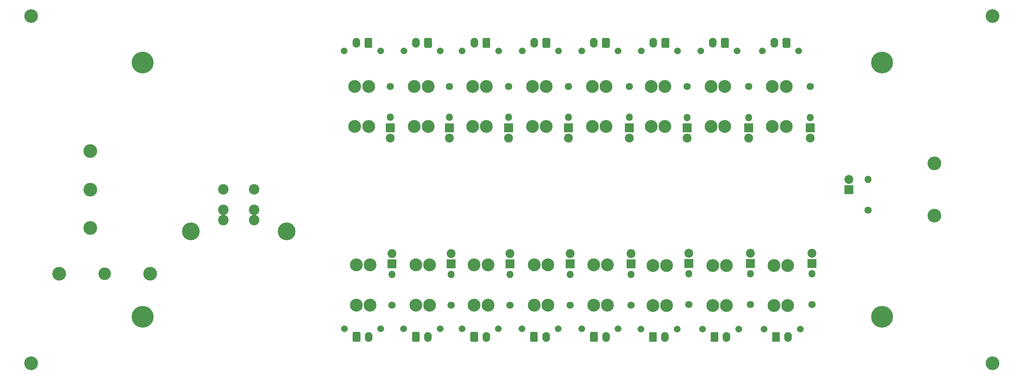
<source format=gbr>
G04 #@! TF.GenerationSoftware,KiCad,Pcbnew,(5.1.5)-3*
G04 #@! TF.CreationDate,2021-01-11T22:53:22-06:00*
G04 #@! TF.ProjectId,Power-Primary,506f7765-722d-4507-9269-6d6172792e6b,rev?*
G04 #@! TF.SameCoordinates,Original*
G04 #@! TF.FileFunction,Soldermask,Bot*
G04 #@! TF.FilePolarity,Negative*
%FSLAX46Y46*%
G04 Gerber Fmt 4.6, Leading zero omitted, Abs format (unit mm)*
G04 Created by KiCad (PCBNEW (5.1.5)-3) date 2021-01-11 22:53:22*
%MOMM*%
%LPD*%
G04 APERTURE LIST*
%ADD10C,4.400000*%
%ADD11C,2.600000*%
%ADD12C,3.400000*%
%ADD13C,5.400000*%
%ADD14O,1.900000X2.420000*%
%ADD15C,0.100000*%
%ADD16C,1.670000*%
%ADD17O,1.800000X1.800000*%
%ADD18C,1.800000*%
%ADD19C,3.180000*%
%ADD20C,2.200000*%
%ADD21R,2.200000X2.200000*%
%ADD22C,3.100000*%
G04 APERTURE END LIST*
D10*
X74255880Y-103983920D03*
X50515880Y-103983920D03*
D11*
X66195880Y-101183920D03*
X66195880Y-98643920D03*
X58575880Y-101183920D03*
X58575880Y-98643920D03*
X66195880Y-93563920D03*
X58575880Y-93563920D03*
D12*
X25600000Y-84100000D03*
X234600000Y-87100000D03*
X234600000Y-100100000D03*
X25600000Y-103100000D03*
X25600000Y-93600000D03*
D13*
X221600000Y-62100000D03*
X38600000Y-125100000D03*
X38600000Y-62100000D03*
X221600000Y-125100000D03*
D14*
X164995000Y-57265000D03*
D15*
G36*
X168659372Y-56056525D02*
G01*
X168690112Y-56061085D01*
X168720257Y-56068636D01*
X168749516Y-56079105D01*
X168777609Y-56092392D01*
X168804264Y-56108368D01*
X168829224Y-56126880D01*
X168852250Y-56147750D01*
X168873120Y-56170776D01*
X168891632Y-56195736D01*
X168907608Y-56222391D01*
X168920895Y-56250484D01*
X168931364Y-56279743D01*
X168938915Y-56309888D01*
X168943475Y-56340628D01*
X168945000Y-56371667D01*
X168945000Y-58158333D01*
X168943475Y-58189372D01*
X168938915Y-58220112D01*
X168931364Y-58250257D01*
X168920895Y-58279516D01*
X168907608Y-58307609D01*
X168891632Y-58334264D01*
X168873120Y-58359224D01*
X168852250Y-58382250D01*
X168829224Y-58403120D01*
X168804264Y-58421632D01*
X168777609Y-58437608D01*
X168749516Y-58450895D01*
X168720257Y-58461364D01*
X168690112Y-58468915D01*
X168659372Y-58473475D01*
X168628333Y-58475000D01*
X167361667Y-58475000D01*
X167330628Y-58473475D01*
X167299888Y-58468915D01*
X167269743Y-58461364D01*
X167240484Y-58450895D01*
X167212391Y-58437608D01*
X167185736Y-58421632D01*
X167160776Y-58403120D01*
X167137750Y-58382250D01*
X167116880Y-58359224D01*
X167098368Y-58334264D01*
X167082392Y-58307609D01*
X167069105Y-58279516D01*
X167058636Y-58250257D01*
X167051085Y-58220112D01*
X167046525Y-58189372D01*
X167045000Y-58158333D01*
X167045000Y-56371667D01*
X167046525Y-56340628D01*
X167051085Y-56309888D01*
X167058636Y-56279743D01*
X167069105Y-56250484D01*
X167082392Y-56222391D01*
X167098368Y-56195736D01*
X167116880Y-56170776D01*
X167137750Y-56147750D01*
X167160776Y-56126880D01*
X167185736Y-56108368D01*
X167212391Y-56092392D01*
X167240484Y-56079105D01*
X167269743Y-56068636D01*
X167299888Y-56061085D01*
X167330628Y-56056525D01*
X167361667Y-56055000D01*
X168628333Y-56055000D01*
X168659372Y-56056525D01*
G37*
D16*
X161995000Y-59225000D03*
X170995000Y-59225000D03*
D14*
X179727000Y-57265000D03*
D15*
G36*
X183391372Y-56056525D02*
G01*
X183422112Y-56061085D01*
X183452257Y-56068636D01*
X183481516Y-56079105D01*
X183509609Y-56092392D01*
X183536264Y-56108368D01*
X183561224Y-56126880D01*
X183584250Y-56147750D01*
X183605120Y-56170776D01*
X183623632Y-56195736D01*
X183639608Y-56222391D01*
X183652895Y-56250484D01*
X183663364Y-56279743D01*
X183670915Y-56309888D01*
X183675475Y-56340628D01*
X183677000Y-56371667D01*
X183677000Y-58158333D01*
X183675475Y-58189372D01*
X183670915Y-58220112D01*
X183663364Y-58250257D01*
X183652895Y-58279516D01*
X183639608Y-58307609D01*
X183623632Y-58334264D01*
X183605120Y-58359224D01*
X183584250Y-58382250D01*
X183561224Y-58403120D01*
X183536264Y-58421632D01*
X183509609Y-58437608D01*
X183481516Y-58450895D01*
X183452257Y-58461364D01*
X183422112Y-58468915D01*
X183391372Y-58473475D01*
X183360333Y-58475000D01*
X182093667Y-58475000D01*
X182062628Y-58473475D01*
X182031888Y-58468915D01*
X182001743Y-58461364D01*
X181972484Y-58450895D01*
X181944391Y-58437608D01*
X181917736Y-58421632D01*
X181892776Y-58403120D01*
X181869750Y-58382250D01*
X181848880Y-58359224D01*
X181830368Y-58334264D01*
X181814392Y-58307609D01*
X181801105Y-58279516D01*
X181790636Y-58250257D01*
X181783085Y-58220112D01*
X181778525Y-58189372D01*
X181777000Y-58158333D01*
X181777000Y-56371667D01*
X181778525Y-56340628D01*
X181783085Y-56309888D01*
X181790636Y-56279743D01*
X181801105Y-56250484D01*
X181814392Y-56222391D01*
X181830368Y-56195736D01*
X181848880Y-56170776D01*
X181869750Y-56147750D01*
X181892776Y-56126880D01*
X181917736Y-56108368D01*
X181944391Y-56092392D01*
X181972484Y-56079105D01*
X182001743Y-56068636D01*
X182031888Y-56061085D01*
X182062628Y-56056525D01*
X182093667Y-56055000D01*
X183360333Y-56055000D01*
X183391372Y-56056525D01*
G37*
D16*
X176727000Y-59225000D03*
X185727000Y-59225000D03*
D14*
X194959000Y-57265000D03*
D15*
G36*
X198623372Y-56056525D02*
G01*
X198654112Y-56061085D01*
X198684257Y-56068636D01*
X198713516Y-56079105D01*
X198741609Y-56092392D01*
X198768264Y-56108368D01*
X198793224Y-56126880D01*
X198816250Y-56147750D01*
X198837120Y-56170776D01*
X198855632Y-56195736D01*
X198871608Y-56222391D01*
X198884895Y-56250484D01*
X198895364Y-56279743D01*
X198902915Y-56309888D01*
X198907475Y-56340628D01*
X198909000Y-56371667D01*
X198909000Y-58158333D01*
X198907475Y-58189372D01*
X198902915Y-58220112D01*
X198895364Y-58250257D01*
X198884895Y-58279516D01*
X198871608Y-58307609D01*
X198855632Y-58334264D01*
X198837120Y-58359224D01*
X198816250Y-58382250D01*
X198793224Y-58403120D01*
X198768264Y-58421632D01*
X198741609Y-58437608D01*
X198713516Y-58450895D01*
X198684257Y-58461364D01*
X198654112Y-58468915D01*
X198623372Y-58473475D01*
X198592333Y-58475000D01*
X197325667Y-58475000D01*
X197294628Y-58473475D01*
X197263888Y-58468915D01*
X197233743Y-58461364D01*
X197204484Y-58450895D01*
X197176391Y-58437608D01*
X197149736Y-58421632D01*
X197124776Y-58403120D01*
X197101750Y-58382250D01*
X197080880Y-58359224D01*
X197062368Y-58334264D01*
X197046392Y-58307609D01*
X197033105Y-58279516D01*
X197022636Y-58250257D01*
X197015085Y-58220112D01*
X197010525Y-58189372D01*
X197009000Y-58158333D01*
X197009000Y-56371667D01*
X197010525Y-56340628D01*
X197015085Y-56309888D01*
X197022636Y-56279743D01*
X197033105Y-56250484D01*
X197046392Y-56222391D01*
X197062368Y-56195736D01*
X197080880Y-56170776D01*
X197101750Y-56147750D01*
X197124776Y-56126880D01*
X197149736Y-56108368D01*
X197176391Y-56092392D01*
X197204484Y-56079105D01*
X197233743Y-56068636D01*
X197263888Y-56061085D01*
X197294628Y-56056525D01*
X197325667Y-56055000D01*
X198592333Y-56055000D01*
X198623372Y-56056525D01*
G37*
D16*
X191959000Y-59225000D03*
X200959000Y-59225000D03*
D14*
X198375000Y-130116000D03*
D15*
G36*
X196039372Y-128907525D02*
G01*
X196070112Y-128912085D01*
X196100257Y-128919636D01*
X196129516Y-128930105D01*
X196157609Y-128943392D01*
X196184264Y-128959368D01*
X196209224Y-128977880D01*
X196232250Y-128998750D01*
X196253120Y-129021776D01*
X196271632Y-129046736D01*
X196287608Y-129073391D01*
X196300895Y-129101484D01*
X196311364Y-129130743D01*
X196318915Y-129160888D01*
X196323475Y-129191628D01*
X196325000Y-129222667D01*
X196325000Y-131009333D01*
X196323475Y-131040372D01*
X196318915Y-131071112D01*
X196311364Y-131101257D01*
X196300895Y-131130516D01*
X196287608Y-131158609D01*
X196271632Y-131185264D01*
X196253120Y-131210224D01*
X196232250Y-131233250D01*
X196209224Y-131254120D01*
X196184264Y-131272632D01*
X196157609Y-131288608D01*
X196129516Y-131301895D01*
X196100257Y-131312364D01*
X196070112Y-131319915D01*
X196039372Y-131324475D01*
X196008333Y-131326000D01*
X194741667Y-131326000D01*
X194710628Y-131324475D01*
X194679888Y-131319915D01*
X194649743Y-131312364D01*
X194620484Y-131301895D01*
X194592391Y-131288608D01*
X194565736Y-131272632D01*
X194540776Y-131254120D01*
X194517750Y-131233250D01*
X194496880Y-131210224D01*
X194478368Y-131185264D01*
X194462392Y-131158609D01*
X194449105Y-131130516D01*
X194438636Y-131101257D01*
X194431085Y-131071112D01*
X194426525Y-131040372D01*
X194425000Y-131009333D01*
X194425000Y-129222667D01*
X194426525Y-129191628D01*
X194431085Y-129160888D01*
X194438636Y-129130743D01*
X194449105Y-129101484D01*
X194462392Y-129073391D01*
X194478368Y-129046736D01*
X194496880Y-129021776D01*
X194517750Y-128998750D01*
X194540776Y-128977880D01*
X194565736Y-128959368D01*
X194592391Y-128943392D01*
X194620484Y-128930105D01*
X194649743Y-128919636D01*
X194679888Y-128912085D01*
X194710628Y-128907525D01*
X194741667Y-128906000D01*
X196008333Y-128906000D01*
X196039372Y-128907525D01*
G37*
D16*
X201375000Y-128156000D03*
X192375000Y-128156000D03*
D14*
X183135000Y-130116000D03*
D15*
G36*
X180799372Y-128907525D02*
G01*
X180830112Y-128912085D01*
X180860257Y-128919636D01*
X180889516Y-128930105D01*
X180917609Y-128943392D01*
X180944264Y-128959368D01*
X180969224Y-128977880D01*
X180992250Y-128998750D01*
X181013120Y-129021776D01*
X181031632Y-129046736D01*
X181047608Y-129073391D01*
X181060895Y-129101484D01*
X181071364Y-129130743D01*
X181078915Y-129160888D01*
X181083475Y-129191628D01*
X181085000Y-129222667D01*
X181085000Y-131009333D01*
X181083475Y-131040372D01*
X181078915Y-131071112D01*
X181071364Y-131101257D01*
X181060895Y-131130516D01*
X181047608Y-131158609D01*
X181031632Y-131185264D01*
X181013120Y-131210224D01*
X180992250Y-131233250D01*
X180969224Y-131254120D01*
X180944264Y-131272632D01*
X180917609Y-131288608D01*
X180889516Y-131301895D01*
X180860257Y-131312364D01*
X180830112Y-131319915D01*
X180799372Y-131324475D01*
X180768333Y-131326000D01*
X179501667Y-131326000D01*
X179470628Y-131324475D01*
X179439888Y-131319915D01*
X179409743Y-131312364D01*
X179380484Y-131301895D01*
X179352391Y-131288608D01*
X179325736Y-131272632D01*
X179300776Y-131254120D01*
X179277750Y-131233250D01*
X179256880Y-131210224D01*
X179238368Y-131185264D01*
X179222392Y-131158609D01*
X179209105Y-131130516D01*
X179198636Y-131101257D01*
X179191085Y-131071112D01*
X179186525Y-131040372D01*
X179185000Y-131009333D01*
X179185000Y-129222667D01*
X179186525Y-129191628D01*
X179191085Y-129160888D01*
X179198636Y-129130743D01*
X179209105Y-129101484D01*
X179222392Y-129073391D01*
X179238368Y-129046736D01*
X179256880Y-129021776D01*
X179277750Y-128998750D01*
X179300776Y-128977880D01*
X179325736Y-128959368D01*
X179352391Y-128943392D01*
X179380484Y-128930105D01*
X179409743Y-128919636D01*
X179439888Y-128912085D01*
X179470628Y-128907525D01*
X179501667Y-128906000D01*
X180768333Y-128906000D01*
X180799372Y-128907525D01*
G37*
D16*
X186135000Y-128156000D03*
X177135000Y-128156000D03*
D14*
X167895000Y-130116000D03*
D15*
G36*
X165559372Y-128907525D02*
G01*
X165590112Y-128912085D01*
X165620257Y-128919636D01*
X165649516Y-128930105D01*
X165677609Y-128943392D01*
X165704264Y-128959368D01*
X165729224Y-128977880D01*
X165752250Y-128998750D01*
X165773120Y-129021776D01*
X165791632Y-129046736D01*
X165807608Y-129073391D01*
X165820895Y-129101484D01*
X165831364Y-129130743D01*
X165838915Y-129160888D01*
X165843475Y-129191628D01*
X165845000Y-129222667D01*
X165845000Y-131009333D01*
X165843475Y-131040372D01*
X165838915Y-131071112D01*
X165831364Y-131101257D01*
X165820895Y-131130516D01*
X165807608Y-131158609D01*
X165791632Y-131185264D01*
X165773120Y-131210224D01*
X165752250Y-131233250D01*
X165729224Y-131254120D01*
X165704264Y-131272632D01*
X165677609Y-131288608D01*
X165649516Y-131301895D01*
X165620257Y-131312364D01*
X165590112Y-131319915D01*
X165559372Y-131324475D01*
X165528333Y-131326000D01*
X164261667Y-131326000D01*
X164230628Y-131324475D01*
X164199888Y-131319915D01*
X164169743Y-131312364D01*
X164140484Y-131301895D01*
X164112391Y-131288608D01*
X164085736Y-131272632D01*
X164060776Y-131254120D01*
X164037750Y-131233250D01*
X164016880Y-131210224D01*
X163998368Y-131185264D01*
X163982392Y-131158609D01*
X163969105Y-131130516D01*
X163958636Y-131101257D01*
X163951085Y-131071112D01*
X163946525Y-131040372D01*
X163945000Y-131009333D01*
X163945000Y-129222667D01*
X163946525Y-129191628D01*
X163951085Y-129160888D01*
X163958636Y-129130743D01*
X163969105Y-129101484D01*
X163982392Y-129073391D01*
X163998368Y-129046736D01*
X164016880Y-129021776D01*
X164037750Y-128998750D01*
X164060776Y-128977880D01*
X164085736Y-128959368D01*
X164112391Y-128943392D01*
X164140484Y-128930105D01*
X164169743Y-128919636D01*
X164199888Y-128912085D01*
X164230628Y-128907525D01*
X164261667Y-128906000D01*
X165528333Y-128906000D01*
X165559372Y-128907525D01*
G37*
D16*
X170895000Y-128156000D03*
X161895000Y-128156000D03*
D14*
X91473600Y-57265400D03*
D15*
G36*
X95137972Y-56056925D02*
G01*
X95168712Y-56061485D01*
X95198857Y-56069036D01*
X95228116Y-56079505D01*
X95256209Y-56092792D01*
X95282864Y-56108768D01*
X95307824Y-56127280D01*
X95330850Y-56148150D01*
X95351720Y-56171176D01*
X95370232Y-56196136D01*
X95386208Y-56222791D01*
X95399495Y-56250884D01*
X95409964Y-56280143D01*
X95417515Y-56310288D01*
X95422075Y-56341028D01*
X95423600Y-56372067D01*
X95423600Y-58158733D01*
X95422075Y-58189772D01*
X95417515Y-58220512D01*
X95409964Y-58250657D01*
X95399495Y-58279916D01*
X95386208Y-58308009D01*
X95370232Y-58334664D01*
X95351720Y-58359624D01*
X95330850Y-58382650D01*
X95307824Y-58403520D01*
X95282864Y-58422032D01*
X95256209Y-58438008D01*
X95228116Y-58451295D01*
X95198857Y-58461764D01*
X95168712Y-58469315D01*
X95137972Y-58473875D01*
X95106933Y-58475400D01*
X93840267Y-58475400D01*
X93809228Y-58473875D01*
X93778488Y-58469315D01*
X93748343Y-58461764D01*
X93719084Y-58451295D01*
X93690991Y-58438008D01*
X93664336Y-58422032D01*
X93639376Y-58403520D01*
X93616350Y-58382650D01*
X93595480Y-58359624D01*
X93576968Y-58334664D01*
X93560992Y-58308009D01*
X93547705Y-58279916D01*
X93537236Y-58250657D01*
X93529685Y-58220512D01*
X93525125Y-58189772D01*
X93523600Y-58158733D01*
X93523600Y-56372067D01*
X93525125Y-56341028D01*
X93529685Y-56310288D01*
X93537236Y-56280143D01*
X93547705Y-56250884D01*
X93560992Y-56222791D01*
X93576968Y-56196136D01*
X93595480Y-56171176D01*
X93616350Y-56148150D01*
X93639376Y-56127280D01*
X93664336Y-56108768D01*
X93690991Y-56092792D01*
X93719084Y-56079505D01*
X93748343Y-56069036D01*
X93778488Y-56061485D01*
X93809228Y-56056925D01*
X93840267Y-56055400D01*
X95106933Y-56055400D01*
X95137972Y-56056925D01*
G37*
D16*
X88473600Y-59225400D03*
X97473600Y-59225400D03*
D14*
X106231000Y-57265400D03*
D15*
G36*
X109895372Y-56056925D02*
G01*
X109926112Y-56061485D01*
X109956257Y-56069036D01*
X109985516Y-56079505D01*
X110013609Y-56092792D01*
X110040264Y-56108768D01*
X110065224Y-56127280D01*
X110088250Y-56148150D01*
X110109120Y-56171176D01*
X110127632Y-56196136D01*
X110143608Y-56222791D01*
X110156895Y-56250884D01*
X110167364Y-56280143D01*
X110174915Y-56310288D01*
X110179475Y-56341028D01*
X110181000Y-56372067D01*
X110181000Y-58158733D01*
X110179475Y-58189772D01*
X110174915Y-58220512D01*
X110167364Y-58250657D01*
X110156895Y-58279916D01*
X110143608Y-58308009D01*
X110127632Y-58334664D01*
X110109120Y-58359624D01*
X110088250Y-58382650D01*
X110065224Y-58403520D01*
X110040264Y-58422032D01*
X110013609Y-58438008D01*
X109985516Y-58451295D01*
X109956257Y-58461764D01*
X109926112Y-58469315D01*
X109895372Y-58473875D01*
X109864333Y-58475400D01*
X108597667Y-58475400D01*
X108566628Y-58473875D01*
X108535888Y-58469315D01*
X108505743Y-58461764D01*
X108476484Y-58451295D01*
X108448391Y-58438008D01*
X108421736Y-58422032D01*
X108396776Y-58403520D01*
X108373750Y-58382650D01*
X108352880Y-58359624D01*
X108334368Y-58334664D01*
X108318392Y-58308009D01*
X108305105Y-58279916D01*
X108294636Y-58250657D01*
X108287085Y-58220512D01*
X108282525Y-58189772D01*
X108281000Y-58158733D01*
X108281000Y-56372067D01*
X108282525Y-56341028D01*
X108287085Y-56310288D01*
X108294636Y-56280143D01*
X108305105Y-56250884D01*
X108318392Y-56222791D01*
X108334368Y-56196136D01*
X108352880Y-56171176D01*
X108373750Y-56148150D01*
X108396776Y-56127280D01*
X108421736Y-56108768D01*
X108448391Y-56092792D01*
X108476484Y-56079505D01*
X108505743Y-56069036D01*
X108535888Y-56061485D01*
X108566628Y-56056925D01*
X108597667Y-56055400D01*
X109864333Y-56055400D01*
X109895372Y-56056925D01*
G37*
D16*
X103231000Y-59225400D03*
X112231000Y-59225400D03*
D14*
X120683600Y-57265400D03*
D15*
G36*
X124347972Y-56056925D02*
G01*
X124378712Y-56061485D01*
X124408857Y-56069036D01*
X124438116Y-56079505D01*
X124466209Y-56092792D01*
X124492864Y-56108768D01*
X124517824Y-56127280D01*
X124540850Y-56148150D01*
X124561720Y-56171176D01*
X124580232Y-56196136D01*
X124596208Y-56222791D01*
X124609495Y-56250884D01*
X124619964Y-56280143D01*
X124627515Y-56310288D01*
X124632075Y-56341028D01*
X124633600Y-56372067D01*
X124633600Y-58158733D01*
X124632075Y-58189772D01*
X124627515Y-58220512D01*
X124619964Y-58250657D01*
X124609495Y-58279916D01*
X124596208Y-58308009D01*
X124580232Y-58334664D01*
X124561720Y-58359624D01*
X124540850Y-58382650D01*
X124517824Y-58403520D01*
X124492864Y-58422032D01*
X124466209Y-58438008D01*
X124438116Y-58451295D01*
X124408857Y-58461764D01*
X124378712Y-58469315D01*
X124347972Y-58473875D01*
X124316933Y-58475400D01*
X123050267Y-58475400D01*
X123019228Y-58473875D01*
X122988488Y-58469315D01*
X122958343Y-58461764D01*
X122929084Y-58451295D01*
X122900991Y-58438008D01*
X122874336Y-58422032D01*
X122849376Y-58403520D01*
X122826350Y-58382650D01*
X122805480Y-58359624D01*
X122786968Y-58334664D01*
X122770992Y-58308009D01*
X122757705Y-58279916D01*
X122747236Y-58250657D01*
X122739685Y-58220512D01*
X122735125Y-58189772D01*
X122733600Y-58158733D01*
X122733600Y-56372067D01*
X122735125Y-56341028D01*
X122739685Y-56310288D01*
X122747236Y-56280143D01*
X122757705Y-56250884D01*
X122770992Y-56222791D01*
X122786968Y-56196136D01*
X122805480Y-56171176D01*
X122826350Y-56148150D01*
X122849376Y-56127280D01*
X122874336Y-56108768D01*
X122900991Y-56092792D01*
X122929084Y-56079505D01*
X122958343Y-56069036D01*
X122988488Y-56061485D01*
X123019228Y-56056925D01*
X123050267Y-56055400D01*
X124316933Y-56055400D01*
X124347972Y-56056925D01*
G37*
D16*
X117683600Y-59225400D03*
X126683600Y-59225400D03*
D14*
X135517200Y-57265400D03*
D15*
G36*
X139181572Y-56056925D02*
G01*
X139212312Y-56061485D01*
X139242457Y-56069036D01*
X139271716Y-56079505D01*
X139299809Y-56092792D01*
X139326464Y-56108768D01*
X139351424Y-56127280D01*
X139374450Y-56148150D01*
X139395320Y-56171176D01*
X139413832Y-56196136D01*
X139429808Y-56222791D01*
X139443095Y-56250884D01*
X139453564Y-56280143D01*
X139461115Y-56310288D01*
X139465675Y-56341028D01*
X139467200Y-56372067D01*
X139467200Y-58158733D01*
X139465675Y-58189772D01*
X139461115Y-58220512D01*
X139453564Y-58250657D01*
X139443095Y-58279916D01*
X139429808Y-58308009D01*
X139413832Y-58334664D01*
X139395320Y-58359624D01*
X139374450Y-58382650D01*
X139351424Y-58403520D01*
X139326464Y-58422032D01*
X139299809Y-58438008D01*
X139271716Y-58451295D01*
X139242457Y-58461764D01*
X139212312Y-58469315D01*
X139181572Y-58473875D01*
X139150533Y-58475400D01*
X137883867Y-58475400D01*
X137852828Y-58473875D01*
X137822088Y-58469315D01*
X137791943Y-58461764D01*
X137762684Y-58451295D01*
X137734591Y-58438008D01*
X137707936Y-58422032D01*
X137682976Y-58403520D01*
X137659950Y-58382650D01*
X137639080Y-58359624D01*
X137620568Y-58334664D01*
X137604592Y-58308009D01*
X137591305Y-58279916D01*
X137580836Y-58250657D01*
X137573285Y-58220512D01*
X137568725Y-58189772D01*
X137567200Y-58158733D01*
X137567200Y-56372067D01*
X137568725Y-56341028D01*
X137573285Y-56310288D01*
X137580836Y-56280143D01*
X137591305Y-56250884D01*
X137604592Y-56222791D01*
X137620568Y-56196136D01*
X137639080Y-56171176D01*
X137659950Y-56148150D01*
X137682976Y-56127280D01*
X137707936Y-56108768D01*
X137734591Y-56092792D01*
X137762684Y-56079505D01*
X137791943Y-56069036D01*
X137822088Y-56061485D01*
X137852828Y-56056925D01*
X137883867Y-56055400D01*
X139150533Y-56055400D01*
X139181572Y-56056925D01*
G37*
D16*
X132517200Y-59225400D03*
X141517200Y-59225400D03*
D14*
X150249200Y-57265400D03*
D15*
G36*
X153913572Y-56056925D02*
G01*
X153944312Y-56061485D01*
X153974457Y-56069036D01*
X154003716Y-56079505D01*
X154031809Y-56092792D01*
X154058464Y-56108768D01*
X154083424Y-56127280D01*
X154106450Y-56148150D01*
X154127320Y-56171176D01*
X154145832Y-56196136D01*
X154161808Y-56222791D01*
X154175095Y-56250884D01*
X154185564Y-56280143D01*
X154193115Y-56310288D01*
X154197675Y-56341028D01*
X154199200Y-56372067D01*
X154199200Y-58158733D01*
X154197675Y-58189772D01*
X154193115Y-58220512D01*
X154185564Y-58250657D01*
X154175095Y-58279916D01*
X154161808Y-58308009D01*
X154145832Y-58334664D01*
X154127320Y-58359624D01*
X154106450Y-58382650D01*
X154083424Y-58403520D01*
X154058464Y-58422032D01*
X154031809Y-58438008D01*
X154003716Y-58451295D01*
X153974457Y-58461764D01*
X153944312Y-58469315D01*
X153913572Y-58473875D01*
X153882533Y-58475400D01*
X152615867Y-58475400D01*
X152584828Y-58473875D01*
X152554088Y-58469315D01*
X152523943Y-58461764D01*
X152494684Y-58451295D01*
X152466591Y-58438008D01*
X152439936Y-58422032D01*
X152414976Y-58403520D01*
X152391950Y-58382650D01*
X152371080Y-58359624D01*
X152352568Y-58334664D01*
X152336592Y-58308009D01*
X152323305Y-58279916D01*
X152312836Y-58250657D01*
X152305285Y-58220512D01*
X152300725Y-58189772D01*
X152299200Y-58158733D01*
X152299200Y-56372067D01*
X152300725Y-56341028D01*
X152305285Y-56310288D01*
X152312836Y-56280143D01*
X152323305Y-56250884D01*
X152336592Y-56222791D01*
X152352568Y-56196136D01*
X152371080Y-56171176D01*
X152391950Y-56148150D01*
X152414976Y-56127280D01*
X152439936Y-56108768D01*
X152466591Y-56092792D01*
X152494684Y-56079505D01*
X152523943Y-56069036D01*
X152554088Y-56061485D01*
X152584828Y-56056925D01*
X152615867Y-56055400D01*
X153882533Y-56055400D01*
X153913572Y-56056925D01*
G37*
D16*
X147249200Y-59225400D03*
X156249200Y-59225400D03*
D14*
X153296400Y-130091000D03*
D15*
G36*
X150960772Y-128882525D02*
G01*
X150991512Y-128887085D01*
X151021657Y-128894636D01*
X151050916Y-128905105D01*
X151079009Y-128918392D01*
X151105664Y-128934368D01*
X151130624Y-128952880D01*
X151153650Y-128973750D01*
X151174520Y-128996776D01*
X151193032Y-129021736D01*
X151209008Y-129048391D01*
X151222295Y-129076484D01*
X151232764Y-129105743D01*
X151240315Y-129135888D01*
X151244875Y-129166628D01*
X151246400Y-129197667D01*
X151246400Y-130984333D01*
X151244875Y-131015372D01*
X151240315Y-131046112D01*
X151232764Y-131076257D01*
X151222295Y-131105516D01*
X151209008Y-131133609D01*
X151193032Y-131160264D01*
X151174520Y-131185224D01*
X151153650Y-131208250D01*
X151130624Y-131229120D01*
X151105664Y-131247632D01*
X151079009Y-131263608D01*
X151050916Y-131276895D01*
X151021657Y-131287364D01*
X150991512Y-131294915D01*
X150960772Y-131299475D01*
X150929733Y-131301000D01*
X149663067Y-131301000D01*
X149632028Y-131299475D01*
X149601288Y-131294915D01*
X149571143Y-131287364D01*
X149541884Y-131276895D01*
X149513791Y-131263608D01*
X149487136Y-131247632D01*
X149462176Y-131229120D01*
X149439150Y-131208250D01*
X149418280Y-131185224D01*
X149399768Y-131160264D01*
X149383792Y-131133609D01*
X149370505Y-131105516D01*
X149360036Y-131076257D01*
X149352485Y-131046112D01*
X149347925Y-131015372D01*
X149346400Y-130984333D01*
X149346400Y-129197667D01*
X149347925Y-129166628D01*
X149352485Y-129135888D01*
X149360036Y-129105743D01*
X149370505Y-129076484D01*
X149383792Y-129048391D01*
X149399768Y-129021736D01*
X149418280Y-128996776D01*
X149439150Y-128973750D01*
X149462176Y-128952880D01*
X149487136Y-128934368D01*
X149513791Y-128918392D01*
X149541884Y-128905105D01*
X149571143Y-128894636D01*
X149601288Y-128887085D01*
X149632028Y-128882525D01*
X149663067Y-128881000D01*
X150929733Y-128881000D01*
X150960772Y-128882525D01*
G37*
D16*
X156296400Y-128131000D03*
X147296400Y-128131000D03*
D14*
X138437400Y-130091000D03*
D15*
G36*
X136101772Y-128882525D02*
G01*
X136132512Y-128887085D01*
X136162657Y-128894636D01*
X136191916Y-128905105D01*
X136220009Y-128918392D01*
X136246664Y-128934368D01*
X136271624Y-128952880D01*
X136294650Y-128973750D01*
X136315520Y-128996776D01*
X136334032Y-129021736D01*
X136350008Y-129048391D01*
X136363295Y-129076484D01*
X136373764Y-129105743D01*
X136381315Y-129135888D01*
X136385875Y-129166628D01*
X136387400Y-129197667D01*
X136387400Y-130984333D01*
X136385875Y-131015372D01*
X136381315Y-131046112D01*
X136373764Y-131076257D01*
X136363295Y-131105516D01*
X136350008Y-131133609D01*
X136334032Y-131160264D01*
X136315520Y-131185224D01*
X136294650Y-131208250D01*
X136271624Y-131229120D01*
X136246664Y-131247632D01*
X136220009Y-131263608D01*
X136191916Y-131276895D01*
X136162657Y-131287364D01*
X136132512Y-131294915D01*
X136101772Y-131299475D01*
X136070733Y-131301000D01*
X134804067Y-131301000D01*
X134773028Y-131299475D01*
X134742288Y-131294915D01*
X134712143Y-131287364D01*
X134682884Y-131276895D01*
X134654791Y-131263608D01*
X134628136Y-131247632D01*
X134603176Y-131229120D01*
X134580150Y-131208250D01*
X134559280Y-131185224D01*
X134540768Y-131160264D01*
X134524792Y-131133609D01*
X134511505Y-131105516D01*
X134501036Y-131076257D01*
X134493485Y-131046112D01*
X134488925Y-131015372D01*
X134487400Y-130984333D01*
X134487400Y-129197667D01*
X134488925Y-129166628D01*
X134493485Y-129135888D01*
X134501036Y-129105743D01*
X134511505Y-129076484D01*
X134524792Y-129048391D01*
X134540768Y-129021736D01*
X134559280Y-128996776D01*
X134580150Y-128973750D01*
X134603176Y-128952880D01*
X134628136Y-128934368D01*
X134654791Y-128918392D01*
X134682884Y-128905105D01*
X134712143Y-128894636D01*
X134742288Y-128887085D01*
X134773028Y-128882525D01*
X134804067Y-128881000D01*
X136070733Y-128881000D01*
X136101772Y-128882525D01*
G37*
D16*
X141437400Y-128131000D03*
X132437400Y-128131000D03*
D14*
X123654600Y-130091000D03*
D15*
G36*
X121318972Y-128882525D02*
G01*
X121349712Y-128887085D01*
X121379857Y-128894636D01*
X121409116Y-128905105D01*
X121437209Y-128918392D01*
X121463864Y-128934368D01*
X121488824Y-128952880D01*
X121511850Y-128973750D01*
X121532720Y-128996776D01*
X121551232Y-129021736D01*
X121567208Y-129048391D01*
X121580495Y-129076484D01*
X121590964Y-129105743D01*
X121598515Y-129135888D01*
X121603075Y-129166628D01*
X121604600Y-129197667D01*
X121604600Y-130984333D01*
X121603075Y-131015372D01*
X121598515Y-131046112D01*
X121590964Y-131076257D01*
X121580495Y-131105516D01*
X121567208Y-131133609D01*
X121551232Y-131160264D01*
X121532720Y-131185224D01*
X121511850Y-131208250D01*
X121488824Y-131229120D01*
X121463864Y-131247632D01*
X121437209Y-131263608D01*
X121409116Y-131276895D01*
X121379857Y-131287364D01*
X121349712Y-131294915D01*
X121318972Y-131299475D01*
X121287933Y-131301000D01*
X120021267Y-131301000D01*
X119990228Y-131299475D01*
X119959488Y-131294915D01*
X119929343Y-131287364D01*
X119900084Y-131276895D01*
X119871991Y-131263608D01*
X119845336Y-131247632D01*
X119820376Y-131229120D01*
X119797350Y-131208250D01*
X119776480Y-131185224D01*
X119757968Y-131160264D01*
X119741992Y-131133609D01*
X119728705Y-131105516D01*
X119718236Y-131076257D01*
X119710685Y-131046112D01*
X119706125Y-131015372D01*
X119704600Y-130984333D01*
X119704600Y-129197667D01*
X119706125Y-129166628D01*
X119710685Y-129135888D01*
X119718236Y-129105743D01*
X119728705Y-129076484D01*
X119741992Y-129048391D01*
X119757968Y-129021736D01*
X119776480Y-128996776D01*
X119797350Y-128973750D01*
X119820376Y-128952880D01*
X119845336Y-128934368D01*
X119871991Y-128918392D01*
X119900084Y-128905105D01*
X119929343Y-128894636D01*
X119959488Y-128887085D01*
X119990228Y-128882525D01*
X120021267Y-128881000D01*
X121287933Y-128881000D01*
X121318972Y-128882525D01*
G37*
D16*
X126654600Y-128131000D03*
X117654600Y-128131000D03*
D14*
X109202000Y-130091000D03*
D15*
G36*
X106866372Y-128882525D02*
G01*
X106897112Y-128887085D01*
X106927257Y-128894636D01*
X106956516Y-128905105D01*
X106984609Y-128918392D01*
X107011264Y-128934368D01*
X107036224Y-128952880D01*
X107059250Y-128973750D01*
X107080120Y-128996776D01*
X107098632Y-129021736D01*
X107114608Y-129048391D01*
X107127895Y-129076484D01*
X107138364Y-129105743D01*
X107145915Y-129135888D01*
X107150475Y-129166628D01*
X107152000Y-129197667D01*
X107152000Y-130984333D01*
X107150475Y-131015372D01*
X107145915Y-131046112D01*
X107138364Y-131076257D01*
X107127895Y-131105516D01*
X107114608Y-131133609D01*
X107098632Y-131160264D01*
X107080120Y-131185224D01*
X107059250Y-131208250D01*
X107036224Y-131229120D01*
X107011264Y-131247632D01*
X106984609Y-131263608D01*
X106956516Y-131276895D01*
X106927257Y-131287364D01*
X106897112Y-131294915D01*
X106866372Y-131299475D01*
X106835333Y-131301000D01*
X105568667Y-131301000D01*
X105537628Y-131299475D01*
X105506888Y-131294915D01*
X105476743Y-131287364D01*
X105447484Y-131276895D01*
X105419391Y-131263608D01*
X105392736Y-131247632D01*
X105367776Y-131229120D01*
X105344750Y-131208250D01*
X105323880Y-131185224D01*
X105305368Y-131160264D01*
X105289392Y-131133609D01*
X105276105Y-131105516D01*
X105265636Y-131076257D01*
X105258085Y-131046112D01*
X105253525Y-131015372D01*
X105252000Y-130984333D01*
X105252000Y-129197667D01*
X105253525Y-129166628D01*
X105258085Y-129135888D01*
X105265636Y-129105743D01*
X105276105Y-129076484D01*
X105289392Y-129048391D01*
X105305368Y-129021736D01*
X105323880Y-128996776D01*
X105344750Y-128973750D01*
X105367776Y-128952880D01*
X105392736Y-128934368D01*
X105419391Y-128918392D01*
X105447484Y-128905105D01*
X105476743Y-128894636D01*
X105506888Y-128887085D01*
X105537628Y-128882525D01*
X105568667Y-128881000D01*
X106835333Y-128881000D01*
X106866372Y-128882525D01*
G37*
D16*
X112202000Y-128131000D03*
X103202000Y-128131000D03*
D14*
X94520800Y-130091000D03*
D15*
G36*
X92185172Y-128882525D02*
G01*
X92215912Y-128887085D01*
X92246057Y-128894636D01*
X92275316Y-128905105D01*
X92303409Y-128918392D01*
X92330064Y-128934368D01*
X92355024Y-128952880D01*
X92378050Y-128973750D01*
X92398920Y-128996776D01*
X92417432Y-129021736D01*
X92433408Y-129048391D01*
X92446695Y-129076484D01*
X92457164Y-129105743D01*
X92464715Y-129135888D01*
X92469275Y-129166628D01*
X92470800Y-129197667D01*
X92470800Y-130984333D01*
X92469275Y-131015372D01*
X92464715Y-131046112D01*
X92457164Y-131076257D01*
X92446695Y-131105516D01*
X92433408Y-131133609D01*
X92417432Y-131160264D01*
X92398920Y-131185224D01*
X92378050Y-131208250D01*
X92355024Y-131229120D01*
X92330064Y-131247632D01*
X92303409Y-131263608D01*
X92275316Y-131276895D01*
X92246057Y-131287364D01*
X92215912Y-131294915D01*
X92185172Y-131299475D01*
X92154133Y-131301000D01*
X90887467Y-131301000D01*
X90856428Y-131299475D01*
X90825688Y-131294915D01*
X90795543Y-131287364D01*
X90766284Y-131276895D01*
X90738191Y-131263608D01*
X90711536Y-131247632D01*
X90686576Y-131229120D01*
X90663550Y-131208250D01*
X90642680Y-131185224D01*
X90624168Y-131160264D01*
X90608192Y-131133609D01*
X90594905Y-131105516D01*
X90584436Y-131076257D01*
X90576885Y-131046112D01*
X90572325Y-131015372D01*
X90570800Y-130984333D01*
X90570800Y-129197667D01*
X90572325Y-129166628D01*
X90576885Y-129135888D01*
X90584436Y-129105743D01*
X90594905Y-129076484D01*
X90608192Y-129048391D01*
X90624168Y-129021736D01*
X90642680Y-128996776D01*
X90663550Y-128973750D01*
X90686576Y-128952880D01*
X90711536Y-128934368D01*
X90738191Y-128918392D01*
X90766284Y-128905105D01*
X90795543Y-128894636D01*
X90825688Y-128887085D01*
X90856428Y-128882525D01*
X90887467Y-128881000D01*
X92154133Y-128881000D01*
X92185172Y-128882525D01*
G37*
D16*
X97520800Y-128131000D03*
X88520800Y-128131000D03*
D12*
X249000000Y-136600000D03*
X11000000Y-136600000D03*
X249000000Y-50600000D03*
X11000000Y-50600000D03*
D17*
X173385000Y-75805400D03*
D18*
X173385000Y-68085400D03*
D17*
X188625000Y-75805400D03*
D18*
X188625000Y-68085400D03*
D17*
X203865000Y-75805400D03*
D18*
X203865000Y-68085400D03*
D17*
X204265000Y-114495000D03*
D18*
X204265000Y-122115000D03*
D17*
X189025000Y-114495000D03*
D18*
X189025000Y-122115000D03*
D17*
X173785000Y-114495000D03*
D18*
X173785000Y-122115000D03*
D19*
X167895000Y-68071400D03*
X164495000Y-68071400D03*
X167895000Y-77991400D03*
X164495000Y-77991400D03*
X182677600Y-68071400D03*
X179277600Y-68071400D03*
X182677600Y-77991400D03*
X179277600Y-77991400D03*
X197875000Y-68071400D03*
X194475000Y-68071400D03*
X197875000Y-77991400D03*
X194475000Y-77991400D03*
X194875000Y-122311400D03*
X198275000Y-122311400D03*
X194875000Y-112391400D03*
X198275000Y-112391400D03*
X179677600Y-122311400D03*
X183077600Y-122311400D03*
X179677600Y-112391400D03*
X183077600Y-112391400D03*
X168295000Y-112391400D03*
X164895000Y-112391400D03*
X168295000Y-122311400D03*
X164895000Y-122311400D03*
D20*
X173385000Y-80861600D03*
D21*
X173385000Y-78321600D03*
D20*
X188625000Y-80861600D03*
D21*
X188625000Y-78321600D03*
D20*
X203865000Y-80861600D03*
D21*
X203865000Y-78321600D03*
D20*
X204265000Y-109415000D03*
D21*
X204265000Y-111955000D03*
D20*
X189025000Y-109415000D03*
D21*
X189025000Y-111955000D03*
D20*
X173785000Y-109415000D03*
D21*
X173785000Y-111955000D03*
D17*
X100309200Y-114597000D03*
D18*
X100309200Y-122217000D03*
X114939600Y-122217000D03*
D17*
X114939600Y-114597000D03*
X129519200Y-114597000D03*
D18*
X129519200Y-122217000D03*
X144403600Y-122217000D03*
D17*
X144403600Y-114597000D03*
X159440400Y-114597000D03*
D18*
X159440400Y-122217000D03*
D17*
X159040400Y-75680400D03*
D18*
X159040400Y-68060400D03*
X144003600Y-68085800D03*
D17*
X144003600Y-75705800D03*
X129170000Y-75680400D03*
D18*
X129170000Y-68060400D03*
X114539600Y-68060400D03*
D17*
X114539600Y-75680400D03*
X99883800Y-75680400D03*
D18*
X99883800Y-68060400D03*
D19*
X123654600Y-68046400D03*
X120254600Y-68046400D03*
X123654600Y-77966400D03*
X120254600Y-77966400D03*
X109227400Y-68046400D03*
X105827400Y-68046400D03*
X109227400Y-77966400D03*
X105827400Y-77966400D03*
D21*
X99909200Y-78296600D03*
D20*
X99909200Y-80836600D03*
X100309200Y-109440800D03*
D21*
X100309200Y-111980800D03*
X114965000Y-111980800D03*
D20*
X114965000Y-109440800D03*
D21*
X129544600Y-111980800D03*
D20*
X129544600Y-109440800D03*
X144403600Y-109440800D03*
D21*
X144403600Y-111980800D03*
X159440400Y-111980800D03*
D20*
X159440400Y-109440800D03*
D21*
X159065800Y-78296600D03*
D20*
X159065800Y-80836600D03*
X144003600Y-80836600D03*
D21*
X144003600Y-78296600D03*
X129144600Y-78296600D03*
D20*
X129144600Y-80836600D03*
D21*
X114514200Y-78296600D03*
D20*
X114514200Y-80836600D03*
D19*
X94895400Y-112298300D03*
X91495400Y-112298300D03*
X94895400Y-122218300D03*
X91495400Y-122218300D03*
X109627400Y-112298300D03*
X106227400Y-112298300D03*
X109627400Y-122218300D03*
X106227400Y-122218300D03*
X120654600Y-122218300D03*
X124054600Y-122218300D03*
X120654600Y-112298300D03*
X124054600Y-112298300D03*
X138888400Y-112298300D03*
X135488400Y-112298300D03*
X138888400Y-122218300D03*
X135488400Y-122218300D03*
X153671000Y-112298300D03*
X150271000Y-112298300D03*
X153671000Y-122218300D03*
X150271000Y-122218300D03*
X153271000Y-68046400D03*
X149871000Y-68046400D03*
X153271000Y-77966400D03*
X149871000Y-77966400D03*
X138488400Y-68046400D03*
X135088400Y-68046400D03*
X138488400Y-77966400D03*
X135088400Y-77966400D03*
X94495400Y-68046400D03*
X91095400Y-68046400D03*
X94495400Y-77966400D03*
X91095400Y-77966400D03*
D21*
X213411400Y-93646600D03*
D20*
X213411400Y-91106600D03*
D18*
X218110400Y-98701200D03*
D17*
X218110400Y-91081200D03*
D12*
X17900000Y-114500000D03*
X40400000Y-114500000D03*
D22*
X29150000Y-114500000D03*
M02*

</source>
